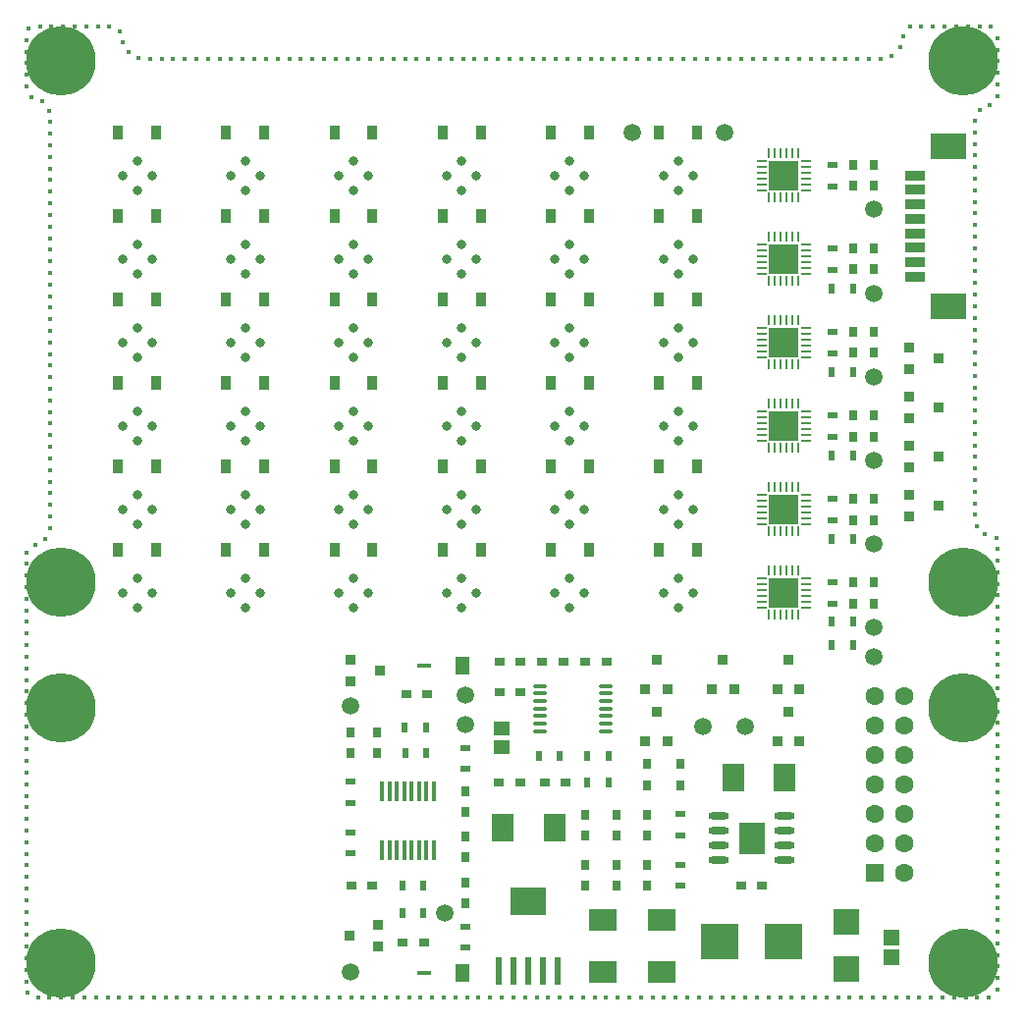
<source format=gbr>
G04*
G04 #@! TF.GenerationSoftware,Altium Limited,Altium Designer,24.1.2 (44)*
G04*
G04 Layer_Color=255*
%FSLAX44Y44*%
%MOMM*%
G71*
G04*
G04 #@! TF.SameCoordinates,AB4D1F7E-5540-450B-A896-BEEC34A0DDED*
G04*
G04*
G04 #@! TF.FilePolarity,Positive*
G04*
G01*
G75*
%ADD24C,0.8000*%
%ADD25C,0.4000*%
%ADD26C,1.2000*%
%ADD27C,6.0000*%
%ADD28C,1.6000*%
%ADD29R,1.6000X1.6000*%
%ADD34O,1.2500X0.3500*%
%ADD35R,3.3000X3.1500*%
%ADD36R,0.9000X0.8000*%
%ADD37R,0.6000X0.9000*%
%ADD38R,0.8000X0.9000*%
%ADD39R,0.9000X0.6000*%
%ADD40R,0.4000X1.8000*%
%ADD41R,1.4000X1.3000*%
%ADD42R,1.8796X2.3622*%
%ADD43R,0.9500X0.9000*%
%ADD44R,1.2700X0.4000*%
%ADD45R,1.2700X1.5500*%
%ADD46R,3.1725X2.3455*%
%ADD47R,0.6325X2.3455*%
%ADD48R,2.3622X1.8796*%
%ADD49R,0.9000X0.9500*%
%ADD50R,2.3000X2.2860*%
%ADD51O,1.8000X0.6000*%
%ADD52R,2.3000X2.8000*%
%ADD53C,1.5000*%
%ADD54R,0.9100X1.2200*%
%ADD55R,2.6500X2.6500*%
%ADD56R,0.8048X0.2746*%
%ADD57R,0.2746X0.8048*%
%ADD58R,1.4000X1.4000*%
%ADD59R,3.0988X2.2098*%
%ADD60R,1.7018X0.8128*%
D24*
X555400Y427000D02*
D03*
X568100Y439700D02*
D03*
Y414300D02*
D03*
X580800Y427000D02*
D03*
X555400Y355000D02*
D03*
X568100Y367700D02*
D03*
Y342300D02*
D03*
X580800Y355000D02*
D03*
X462060D02*
D03*
X474760Y367700D02*
D03*
Y342300D02*
D03*
X487460Y355000D02*
D03*
X368720Y427000D02*
D03*
X381420Y439700D02*
D03*
Y414300D02*
D03*
X394120Y427000D02*
D03*
X462060D02*
D03*
X474760Y439700D02*
D03*
Y414300D02*
D03*
X487460Y427000D02*
D03*
X368720Y355000D02*
D03*
X381420Y367700D02*
D03*
Y342300D02*
D03*
X394120Y355000D02*
D03*
X275380D02*
D03*
X288080Y367700D02*
D03*
Y342300D02*
D03*
X300780Y355000D02*
D03*
X275380Y427000D02*
D03*
X288080Y439700D02*
D03*
Y414300D02*
D03*
X300780Y427000D02*
D03*
X275380Y499000D02*
D03*
X288080Y511700D02*
D03*
Y486300D02*
D03*
X300780Y499000D02*
D03*
X368720D02*
D03*
X381420Y511700D02*
D03*
Y486300D02*
D03*
X394120Y499000D02*
D03*
X462060D02*
D03*
X474760Y511700D02*
D03*
Y486300D02*
D03*
X487460Y499000D02*
D03*
X555400D02*
D03*
X568100Y511700D02*
D03*
Y486300D02*
D03*
X580800Y499000D02*
D03*
X555400Y571000D02*
D03*
X568100Y583700D02*
D03*
Y558300D02*
D03*
X580800Y571000D02*
D03*
X462060D02*
D03*
X474760Y583700D02*
D03*
Y558300D02*
D03*
X487460Y571000D02*
D03*
X368720D02*
D03*
X381420Y583700D02*
D03*
Y558300D02*
D03*
X394120Y571000D02*
D03*
X275380D02*
D03*
X288080Y583700D02*
D03*
Y558300D02*
D03*
X300780Y571000D02*
D03*
X182040D02*
D03*
X194740Y583700D02*
D03*
Y558300D02*
D03*
X207440Y571000D02*
D03*
X182040Y499000D02*
D03*
X194740Y511700D02*
D03*
Y486300D02*
D03*
X207440Y499000D02*
D03*
X182040Y427000D02*
D03*
X194740Y439700D02*
D03*
Y414300D02*
D03*
X207440Y427000D02*
D03*
X182040Y355000D02*
D03*
X194740Y367700D02*
D03*
Y342300D02*
D03*
X207440Y355000D02*
D03*
X88700D02*
D03*
X101400Y367700D02*
D03*
Y342300D02*
D03*
X114100Y355000D02*
D03*
X88700Y427000D02*
D03*
X101400Y439700D02*
D03*
Y414300D02*
D03*
X114100Y427000D02*
D03*
X88700Y499000D02*
D03*
X101400Y511700D02*
D03*
Y486300D02*
D03*
X114100Y499000D02*
D03*
X88700Y571000D02*
D03*
X101400Y583700D02*
D03*
Y558300D02*
D03*
X114100Y571000D02*
D03*
X182040Y643000D02*
D03*
X194740Y655700D02*
D03*
Y630300D02*
D03*
X207440Y643000D02*
D03*
X275380D02*
D03*
X288080Y655700D02*
D03*
Y630300D02*
D03*
X300780Y643000D02*
D03*
X368720D02*
D03*
X381420Y655700D02*
D03*
Y630300D02*
D03*
X394120Y643000D02*
D03*
X462060D02*
D03*
X474760Y655700D02*
D03*
Y630300D02*
D03*
X487460Y643000D02*
D03*
X580800D02*
D03*
X568100Y630300D02*
D03*
Y655700D02*
D03*
X555400Y643000D02*
D03*
Y715000D02*
D03*
X568100Y727700D02*
D03*
Y702300D02*
D03*
X580800Y715000D02*
D03*
X462060D02*
D03*
X474760Y727700D02*
D03*
Y702300D02*
D03*
X487460Y715000D02*
D03*
X368720D02*
D03*
X381420Y727700D02*
D03*
Y702300D02*
D03*
X394120Y715000D02*
D03*
X275380D02*
D03*
X288080Y727700D02*
D03*
Y702300D02*
D03*
X300780Y715000D02*
D03*
X182040D02*
D03*
X194740Y727700D02*
D03*
Y702300D02*
D03*
X207440Y715000D02*
D03*
X88700D02*
D03*
X101400Y727700D02*
D03*
Y702300D02*
D03*
X114100Y715000D02*
D03*
X88700Y643000D02*
D03*
X101400Y655700D02*
D03*
Y630300D02*
D03*
X114100Y643000D02*
D03*
D25*
X837863Y843679D02*
D03*
X827863D02*
D03*
X817863D02*
D03*
X807863D02*
D03*
X797863D02*
D03*
X787863D02*
D03*
X777863D02*
D03*
X767868Y843357D02*
D03*
X762267Y835073D02*
D03*
X759363Y825504D02*
D03*
X752230Y818495D02*
D03*
X742627Y815704D02*
D03*
X732628Y815679D02*
D03*
X722628D02*
D03*
X712628D02*
D03*
X702628D02*
D03*
X692628D02*
D03*
X682628D02*
D03*
X672628D02*
D03*
X662628D02*
D03*
X652628D02*
D03*
X642628D02*
D03*
X632628D02*
D03*
X622628D02*
D03*
X612628D02*
D03*
X602628D02*
D03*
X592628D02*
D03*
X582628D02*
D03*
X572628D02*
D03*
X562628D02*
D03*
X552628D02*
D03*
X542628D02*
D03*
X532628D02*
D03*
X522628D02*
D03*
X512628D02*
D03*
X502628D02*
D03*
X492628D02*
D03*
X482628D02*
D03*
X472628D02*
D03*
X462628D02*
D03*
X452628D02*
D03*
X442628D02*
D03*
X432628D02*
D03*
X422628D02*
D03*
X412628D02*
D03*
X402628D02*
D03*
X392628D02*
D03*
X382628D02*
D03*
X372628D02*
D03*
X362628D02*
D03*
X352628D02*
D03*
X342628D02*
D03*
X332628D02*
D03*
X322628D02*
D03*
X312628D02*
D03*
X302628D02*
D03*
X292628D02*
D03*
X282628D02*
D03*
X272628D02*
D03*
X262628D02*
D03*
X252628D02*
D03*
X242628D02*
D03*
X232629D02*
D03*
X222629D02*
D03*
X212629D02*
D03*
X202629D02*
D03*
X192629D02*
D03*
X182629D02*
D03*
X172629D02*
D03*
X162629D02*
D03*
X152629D02*
D03*
X142629D02*
D03*
X132629D02*
D03*
X122629D02*
D03*
X112629D02*
D03*
X102659Y816448D02*
D03*
X93933Y821335D02*
D03*
X88693Y829852D02*
D03*
X86726Y839656D02*
D03*
X77571Y843679D02*
D03*
X67571D02*
D03*
X57571D02*
D03*
X47571D02*
D03*
X37571Y843679D02*
D03*
X27571D02*
D03*
X17571D02*
D03*
X7768Y841704D02*
D03*
X6321Y831809D02*
D03*
Y821809D02*
D03*
Y811810D02*
D03*
Y801810D02*
D03*
Y791810D02*
D03*
X10419Y782688D02*
D03*
X19766Y779132D02*
D03*
X25583Y770999D02*
D03*
X26321Y761026D02*
D03*
Y751026D02*
D03*
Y741026D02*
D03*
Y731026D02*
D03*
Y721026D02*
D03*
Y711026D02*
D03*
Y701026D02*
D03*
Y691026D02*
D03*
Y681026D02*
D03*
Y671026D02*
D03*
Y661026D02*
D03*
Y651026D02*
D03*
Y641026D02*
D03*
Y631026D02*
D03*
Y621026D02*
D03*
Y611026D02*
D03*
Y601026D02*
D03*
Y591026D02*
D03*
Y581026D02*
D03*
Y571026D02*
D03*
Y561026D02*
D03*
Y551026D02*
D03*
Y541026D02*
D03*
Y531026D02*
D03*
Y521026D02*
D03*
Y511026D02*
D03*
Y501026D02*
D03*
Y491026D02*
D03*
Y481026D02*
D03*
Y471026D02*
D03*
Y461026D02*
D03*
Y451026D02*
D03*
Y441026D02*
D03*
Y431026D02*
D03*
Y421026D02*
D03*
X26332Y411026D02*
D03*
X22373Y401844D02*
D03*
X13880Y396564D02*
D03*
X6321Y390017D02*
D03*
Y380017D02*
D03*
Y370017D02*
D03*
Y360017D02*
D03*
Y350017D02*
D03*
Y340018D02*
D03*
Y330018D02*
D03*
Y320018D02*
D03*
Y310018D02*
D03*
Y300018D02*
D03*
Y290018D02*
D03*
Y280018D02*
D03*
Y270018D02*
D03*
Y260018D02*
D03*
Y250018D02*
D03*
Y240018D02*
D03*
Y230018D02*
D03*
Y220018D02*
D03*
Y210018D02*
D03*
Y200018D02*
D03*
Y190018D02*
D03*
Y180018D02*
D03*
Y170018D02*
D03*
Y160018D02*
D03*
Y150018D02*
D03*
Y140018D02*
D03*
Y130018D02*
D03*
Y120018D02*
D03*
Y110018D02*
D03*
Y100018D02*
D03*
Y90018D02*
D03*
Y80018D02*
D03*
Y70018D02*
D03*
Y60018D02*
D03*
Y50018D02*
D03*
Y40018D02*
D03*
Y30018D02*
D03*
Y20018D02*
D03*
X6742Y10027D02*
D03*
X16030Y6321D02*
D03*
X26030D02*
D03*
X36030D02*
D03*
X46030D02*
D03*
X56030D02*
D03*
X66030D02*
D03*
X76030D02*
D03*
X86030D02*
D03*
X96030D02*
D03*
X106030D02*
D03*
X116030D02*
D03*
X126030D02*
D03*
X136030D02*
D03*
X146030D02*
D03*
X156030D02*
D03*
X166030D02*
D03*
X176029D02*
D03*
X186029D02*
D03*
X196029D02*
D03*
X206029D02*
D03*
X216029D02*
D03*
X226029D02*
D03*
X236029D02*
D03*
X246029D02*
D03*
X256029D02*
D03*
X266029D02*
D03*
X276029D02*
D03*
X286029D02*
D03*
X296029D02*
D03*
X306029D02*
D03*
X316029D02*
D03*
X326029D02*
D03*
X336029D02*
D03*
X346029D02*
D03*
X356029D02*
D03*
X366029D02*
D03*
X376029D02*
D03*
X386029D02*
D03*
X396029D02*
D03*
X406029D02*
D03*
X416029D02*
D03*
X426029D02*
D03*
X436029D02*
D03*
X446029D02*
D03*
X456029D02*
D03*
X466029D02*
D03*
X476029D02*
D03*
X486029D02*
D03*
X496029D02*
D03*
X506029D02*
D03*
X516029D02*
D03*
X526029D02*
D03*
X536029D02*
D03*
X546029D02*
D03*
X556029D02*
D03*
X566029D02*
D03*
X576029D02*
D03*
X586029D02*
D03*
X596029D02*
D03*
X606029D02*
D03*
X616029D02*
D03*
X626029D02*
D03*
X636029D02*
D03*
X646029D02*
D03*
X656029D02*
D03*
X666029D02*
D03*
X676029D02*
D03*
X686029D02*
D03*
X696029D02*
D03*
X706029D02*
D03*
X716029D02*
D03*
X726028D02*
D03*
X736028D02*
D03*
X746028D02*
D03*
X756028D02*
D03*
X766028D02*
D03*
X776028D02*
D03*
X786028D02*
D03*
X796028D02*
D03*
X806028D02*
D03*
X816028D02*
D03*
X826028D02*
D03*
X836028D02*
D03*
X843566Y12892D02*
D03*
X843679Y22891D02*
D03*
Y32891D02*
D03*
Y42891D02*
D03*
Y52891D02*
D03*
Y62891D02*
D03*
Y72891D02*
D03*
Y82891D02*
D03*
Y92891D02*
D03*
Y102891D02*
D03*
Y112891D02*
D03*
Y122891D02*
D03*
Y132891D02*
D03*
X843679Y142891D02*
D03*
Y152891D02*
D03*
Y162891D02*
D03*
Y172891D02*
D03*
Y182891D02*
D03*
Y192891D02*
D03*
Y202891D02*
D03*
Y212891D02*
D03*
Y222891D02*
D03*
Y232891D02*
D03*
Y242891D02*
D03*
Y252891D02*
D03*
Y262891D02*
D03*
X843679Y272891D02*
D03*
Y282891D02*
D03*
Y292891D02*
D03*
Y302891D02*
D03*
Y312890D02*
D03*
Y322891D02*
D03*
Y332891D02*
D03*
Y342891D02*
D03*
Y352891D02*
D03*
Y362890D02*
D03*
Y372890D02*
D03*
Y382890D02*
D03*
Y392890D02*
D03*
X842293Y402794D02*
D03*
X832651Y405444D02*
D03*
X825524Y412458D02*
D03*
X823679Y422287D02*
D03*
X823679Y432287D02*
D03*
X823679Y442287D02*
D03*
X823679Y452287D02*
D03*
X823679Y462287D02*
D03*
X823679Y472287D02*
D03*
X823679Y482287D02*
D03*
X823679Y492287D02*
D03*
X823679Y502287D02*
D03*
X823680Y512287D02*
D03*
X823680Y522287D02*
D03*
X823680Y532287D02*
D03*
X823680Y542286D02*
D03*
X823680Y552286D02*
D03*
X823680Y562286D02*
D03*
X823680Y572286D02*
D03*
X823680Y582286D02*
D03*
X823680Y592286D02*
D03*
X823680Y602286D02*
D03*
X823680Y612286D02*
D03*
X823680Y622286D02*
D03*
X823680Y632286D02*
D03*
X823680Y642286D02*
D03*
X823680Y652286D02*
D03*
X823680Y662286D02*
D03*
X823680Y672286D02*
D03*
X823680Y682286D02*
D03*
X823680Y692286D02*
D03*
X823680Y702286D02*
D03*
X823680Y712286D02*
D03*
X823680Y722286D02*
D03*
X823680Y732286D02*
D03*
X823680Y742286D02*
D03*
X823680Y752286D02*
D03*
X823901Y762284D02*
D03*
X828215Y771305D02*
D03*
X837038Y776011D02*
D03*
X843679Y783487D02*
D03*
Y793487D02*
D03*
Y803487D02*
D03*
Y813487D02*
D03*
Y823487D02*
D03*
Y833487D02*
D03*
D26*
X52165Y239835D02*
D03*
X19835D02*
D03*
Y272164D02*
D03*
X52165D02*
D03*
X58860Y256000D02*
D03*
X36000Y233140D02*
D03*
X13140Y256000D02*
D03*
X36000Y278860D02*
D03*
X52165Y19835D02*
D03*
X19835D02*
D03*
Y52165D02*
D03*
X52165D02*
D03*
X58860Y36000D02*
D03*
X36000Y13140D02*
D03*
X13140Y36000D02*
D03*
X36000Y58860D02*
D03*
X830164Y19835D02*
D03*
X797835D02*
D03*
Y52165D02*
D03*
X830164D02*
D03*
X836860Y36000D02*
D03*
X814000Y13140D02*
D03*
X791140Y36000D02*
D03*
X814000Y58860D02*
D03*
X830164Y239835D02*
D03*
X797835D02*
D03*
Y272164D02*
D03*
X830164D02*
D03*
X836860Y256000D02*
D03*
X814000Y233140D02*
D03*
X791140Y256000D02*
D03*
X814000Y278860D02*
D03*
X830164Y347836D02*
D03*
X797835D02*
D03*
Y380164D02*
D03*
X830164D02*
D03*
X836860Y364000D02*
D03*
X814000Y341140D02*
D03*
X791140Y364000D02*
D03*
X814000Y386860D02*
D03*
X830164Y797835D02*
D03*
X797835D02*
D03*
Y830164D02*
D03*
X830164D02*
D03*
X836860Y814000D02*
D03*
X814000Y791140D02*
D03*
X791140Y814000D02*
D03*
X814000Y836860D02*
D03*
X52165Y797835D02*
D03*
X19835D02*
D03*
Y830164D02*
D03*
X52165D02*
D03*
X58860Y814000D02*
D03*
X36000Y791140D02*
D03*
X13140Y814000D02*
D03*
X36000Y836860D02*
D03*
X52165Y347836D02*
D03*
X19835D02*
D03*
Y380164D02*
D03*
X52165D02*
D03*
X58860Y364000D02*
D03*
X36000Y341140D02*
D03*
X13140Y364000D02*
D03*
X36000Y386860D02*
D03*
D27*
Y256000D02*
D03*
Y36000D02*
D03*
X814000D02*
D03*
Y256000D02*
D03*
Y364000D02*
D03*
Y814000D02*
D03*
X36000D02*
D03*
Y364000D02*
D03*
D28*
X762700Y113800D02*
D03*
Y139200D02*
D03*
Y164600D02*
D03*
Y190000D02*
D03*
Y215400D02*
D03*
Y240800D02*
D03*
Y266200D02*
D03*
X737300Y139200D02*
D03*
Y164600D02*
D03*
Y190000D02*
D03*
Y215400D02*
D03*
Y240800D02*
D03*
Y266200D02*
D03*
D29*
Y113800D02*
D03*
D34*
X505770Y274770D02*
D03*
Y268270D02*
D03*
Y261770D02*
D03*
Y255270D02*
D03*
Y248770D02*
D03*
Y242270D02*
D03*
Y235770D02*
D03*
X449270Y274770D02*
D03*
Y268270D02*
D03*
Y261770D02*
D03*
Y255270D02*
D03*
Y248770D02*
D03*
Y242270D02*
D03*
Y235770D02*
D03*
D35*
X659130Y54610D02*
D03*
X604130D02*
D03*
D36*
X413910Y295888D02*
D03*
X431910D02*
D03*
Y269240D02*
D03*
X413910D02*
D03*
X351900Y267970D02*
D03*
X333900D02*
D03*
X413800Y191770D02*
D03*
X431800D02*
D03*
X453280D02*
D03*
X471280D02*
D03*
X286283Y102870D02*
D03*
X304283D02*
D03*
X330718Y53340D02*
D03*
X348718D02*
D03*
X622630Y102870D02*
D03*
X640630D02*
D03*
X451054Y295888D02*
D03*
X469054D02*
D03*
X488198D02*
D03*
X506198D02*
D03*
D37*
X332362Y238761D02*
D03*
X350521Y238760D02*
D03*
X350900Y217169D02*
D03*
X332741Y217170D02*
D03*
X447931Y214631D02*
D03*
X466090Y214630D02*
D03*
X489841Y214631D02*
D03*
X508000Y214630D02*
D03*
X489842Y191771D02*
D03*
X508001Y191770D02*
D03*
X330449Y102871D02*
D03*
X348608Y102870D02*
D03*
X330449Y78741D02*
D03*
X348608Y78740D02*
D03*
X718821Y309880D02*
D03*
X700662Y309881D02*
D03*
Y330201D02*
D03*
X718821Y330200D02*
D03*
X700662Y401956D02*
D03*
X718821Y401955D02*
D03*
X700662Y473711D02*
D03*
X718821Y473710D02*
D03*
X700662Y545466D02*
D03*
X718821Y545465D02*
D03*
X700662Y617221D02*
D03*
X718821Y617220D02*
D03*
D38*
X308610Y235060D02*
D03*
Y217060D02*
D03*
X285750D02*
D03*
Y235060D02*
D03*
X384810Y166260D02*
D03*
Y184260D02*
D03*
X488188Y163940D02*
D03*
Y145940D02*
D03*
X514858D02*
D03*
Y163940D02*
D03*
X488188Y120760D02*
D03*
Y102760D02*
D03*
X541528D02*
D03*
Y120760D02*
D03*
X514858Y102760D02*
D03*
Y120760D02*
D03*
X384810Y126890D02*
D03*
Y144890D02*
D03*
Y105520D02*
D03*
Y87520D02*
D03*
X541528Y189247D02*
D03*
Y207247D02*
D03*
X570230D02*
D03*
Y189247D02*
D03*
X541528Y145940D02*
D03*
Y163940D02*
D03*
X718820Y346000D02*
D03*
Y364000D02*
D03*
X736600D02*
D03*
Y346000D02*
D03*
X718820Y418000D02*
D03*
Y436000D02*
D03*
X736600D02*
D03*
Y418000D02*
D03*
X718820Y490000D02*
D03*
Y508000D02*
D03*
X736600D02*
D03*
Y490000D02*
D03*
X718820Y562000D02*
D03*
Y580000D02*
D03*
X736600D02*
D03*
Y562000D02*
D03*
X718820Y634000D02*
D03*
Y652000D02*
D03*
X736600Y634000D02*
D03*
Y652000D02*
D03*
X718820Y706000D02*
D03*
Y724000D02*
D03*
X736600D02*
D03*
Y706000D02*
D03*
D39*
X285751Y192148D02*
D03*
X285750Y173989D02*
D03*
X285749Y130432D02*
D03*
X285750Y148591D02*
D03*
X384811Y221358D02*
D03*
X384810Y203199D02*
D03*
X384817Y49152D02*
D03*
X384818Y67311D02*
D03*
X570229Y102491D02*
D03*
X570230Y120650D02*
D03*
X570231Y164209D02*
D03*
X570230Y146050D02*
D03*
X701039Y345733D02*
D03*
X701040Y363892D02*
D03*
X701039Y417733D02*
D03*
X701040Y435892D02*
D03*
X701039Y561733D02*
D03*
X701040Y579892D02*
D03*
X701039Y633733D02*
D03*
X701040Y651892D02*
D03*
X701039Y705733D02*
D03*
X701040Y723892D02*
D03*
Y507892D02*
D03*
X701039Y489733D02*
D03*
D40*
X357505Y184277D02*
D03*
X351155D02*
D03*
X344805D02*
D03*
X338455D02*
D03*
X332105D02*
D03*
X325755D02*
D03*
X319405D02*
D03*
X313055D02*
D03*
Y133223D02*
D03*
X319405D02*
D03*
X325755D02*
D03*
X332105D02*
D03*
X338455D02*
D03*
X344805D02*
D03*
X351155D02*
D03*
X357505D02*
D03*
D41*
X416167Y221870D02*
D03*
Y237870D02*
D03*
D42*
X461772Y152273D02*
D03*
X417068D02*
D03*
X615370Y195580D02*
D03*
X660074D02*
D03*
D43*
X309666Y69190D02*
D03*
X284666Y59690D02*
D03*
X309666Y50190D02*
D03*
X767280Y548030D02*
D03*
X792280Y557530D02*
D03*
X767280Y567030D02*
D03*
Y505697D02*
D03*
X792280Y515197D02*
D03*
X767280Y524697D02*
D03*
Y463363D02*
D03*
X792280Y472863D02*
D03*
X767280Y482363D02*
D03*
Y421030D02*
D03*
X792280Y430530D02*
D03*
X767280Y440030D02*
D03*
X285750Y297485D02*
D03*
X310750Y287985D02*
D03*
X285750Y278485D02*
D03*
D44*
X349377Y27647D02*
D03*
X349369Y292205D02*
D03*
D45*
X382397Y27647D02*
D03*
X382389Y292205D02*
D03*
D46*
X439142Y89294D02*
D03*
D47*
X413742Y29088D02*
D03*
X426442D02*
D03*
X439142D02*
D03*
X451842D02*
D03*
X464542D02*
D03*
D48*
X502920Y73152D02*
D03*
Y28448D02*
D03*
X553720Y73240D02*
D03*
Y28536D02*
D03*
D49*
X558931Y227530D02*
D03*
X549431Y252530D02*
D03*
X539931Y227530D02*
D03*
X672440D02*
D03*
X662940Y252530D02*
D03*
X653440Y227530D02*
D03*
Y271980D02*
D03*
X662940Y296980D02*
D03*
X672440Y271980D02*
D03*
X597320D02*
D03*
X606820Y296980D02*
D03*
X616320Y271980D02*
D03*
X539931D02*
D03*
X549431Y296980D02*
D03*
X558931Y271980D02*
D03*
D50*
X713170Y31060D02*
D03*
Y71700D02*
D03*
D51*
X603380Y124460D02*
D03*
Y137160D02*
D03*
Y149860D02*
D03*
Y162560D02*
D03*
X659880Y124460D02*
D03*
Y137160D02*
D03*
Y149860D02*
D03*
Y162560D02*
D03*
D52*
X631630Y143510D02*
D03*
D53*
X736600Y299720D02*
D03*
X608330Y751840D02*
D03*
X528320D02*
D03*
X384810Y241300D02*
D03*
X285750Y27774D02*
D03*
X736600Y613410D02*
D03*
Y397192D02*
D03*
X589280Y240030D02*
D03*
X626110D02*
D03*
X736600Y469265D02*
D03*
X285750Y257810D02*
D03*
X384810Y266700D02*
D03*
X367030Y78740D02*
D03*
X736600Y685800D02*
D03*
Y541338D02*
D03*
Y325120D02*
D03*
D54*
X458410Y391840D02*
D03*
X491110D02*
D03*
X551750D02*
D03*
X584450D02*
D03*
X551750Y463840D02*
D03*
X584450D02*
D03*
X458410D02*
D03*
X491110D02*
D03*
X458410Y535840D02*
D03*
X491110D02*
D03*
X551750D02*
D03*
X584450D02*
D03*
X551750Y607840D02*
D03*
X584450D02*
D03*
X458410D02*
D03*
X491110D02*
D03*
X365070D02*
D03*
X397770D02*
D03*
X365070Y535840D02*
D03*
X397770D02*
D03*
X365070Y463840D02*
D03*
X397770D02*
D03*
X365070Y391840D02*
D03*
X397770D02*
D03*
X271730D02*
D03*
X304430D02*
D03*
X271730Y463840D02*
D03*
X304430D02*
D03*
X271730Y535840D02*
D03*
X304430D02*
D03*
X178390Y607840D02*
D03*
X211090D02*
D03*
X271730D02*
D03*
X304430D02*
D03*
X178390Y535840D02*
D03*
X211090D02*
D03*
X178390Y463840D02*
D03*
X211090D02*
D03*
X178390Y391840D02*
D03*
X211090D02*
D03*
X85050D02*
D03*
X117750D02*
D03*
X85050Y463840D02*
D03*
X117750D02*
D03*
X85050Y535840D02*
D03*
X117750D02*
D03*
X85050Y607840D02*
D03*
X117750D02*
D03*
X85050Y679840D02*
D03*
X117750D02*
D03*
X178390D02*
D03*
X211090D02*
D03*
X271730D02*
D03*
X304430D02*
D03*
X365070D02*
D03*
X397770D02*
D03*
X458410D02*
D03*
X491110D02*
D03*
X551750D02*
D03*
X584450D02*
D03*
X551750Y751840D02*
D03*
X584450D02*
D03*
X458410D02*
D03*
X491110D02*
D03*
X365070D02*
D03*
X397770D02*
D03*
X271730D02*
D03*
X304430D02*
D03*
X178390D02*
D03*
X211090D02*
D03*
X85050D02*
D03*
X117750D02*
D03*
D55*
X659130Y715000D02*
D03*
Y643000D02*
D03*
Y499000D02*
D03*
Y571000D02*
D03*
Y427000D02*
D03*
Y355000D02*
D03*
D56*
X678154Y702500D02*
D03*
Y707500D02*
D03*
Y712500D02*
D03*
Y717500D02*
D03*
Y722500D02*
D03*
Y727500D02*
D03*
X640106D02*
D03*
Y722500D02*
D03*
Y717500D02*
D03*
Y712500D02*
D03*
Y707500D02*
D03*
Y702500D02*
D03*
Y630500D02*
D03*
Y635500D02*
D03*
Y640500D02*
D03*
Y645500D02*
D03*
Y650500D02*
D03*
Y655500D02*
D03*
X678154D02*
D03*
Y650500D02*
D03*
Y645500D02*
D03*
Y640500D02*
D03*
Y635500D02*
D03*
Y630500D02*
D03*
X640106Y486500D02*
D03*
Y491500D02*
D03*
Y496500D02*
D03*
Y501500D02*
D03*
Y506500D02*
D03*
Y511500D02*
D03*
X678154D02*
D03*
Y506500D02*
D03*
Y501500D02*
D03*
Y496500D02*
D03*
Y491500D02*
D03*
Y486500D02*
D03*
X640106Y558500D02*
D03*
Y563500D02*
D03*
Y568500D02*
D03*
Y573500D02*
D03*
Y578500D02*
D03*
Y583500D02*
D03*
X678154D02*
D03*
Y578500D02*
D03*
Y573500D02*
D03*
Y568500D02*
D03*
Y563500D02*
D03*
Y558500D02*
D03*
X640106Y414500D02*
D03*
Y419500D02*
D03*
Y424500D02*
D03*
Y429500D02*
D03*
Y434500D02*
D03*
Y439500D02*
D03*
X678154D02*
D03*
Y434500D02*
D03*
Y429500D02*
D03*
Y424500D02*
D03*
Y419500D02*
D03*
Y414500D02*
D03*
X640106Y342500D02*
D03*
Y347500D02*
D03*
Y352500D02*
D03*
Y357500D02*
D03*
Y362500D02*
D03*
Y367500D02*
D03*
X678154D02*
D03*
Y362500D02*
D03*
Y357500D02*
D03*
Y352500D02*
D03*
Y347500D02*
D03*
Y342500D02*
D03*
D57*
X671630Y734024D02*
D03*
X666630D02*
D03*
X661630D02*
D03*
X656630D02*
D03*
X651630D02*
D03*
X646630D02*
D03*
Y695976D02*
D03*
X651630D02*
D03*
X656630D02*
D03*
X661630D02*
D03*
X666630D02*
D03*
X671630D02*
D03*
Y623976D02*
D03*
X666630D02*
D03*
X661630D02*
D03*
X656630D02*
D03*
X651630D02*
D03*
X646630D02*
D03*
Y662024D02*
D03*
X651630D02*
D03*
X656630D02*
D03*
X661630D02*
D03*
X666630D02*
D03*
X671630D02*
D03*
Y479976D02*
D03*
X666630D02*
D03*
X661630D02*
D03*
X656630D02*
D03*
X651630D02*
D03*
X646630D02*
D03*
Y518024D02*
D03*
X651630D02*
D03*
X656630D02*
D03*
X661630D02*
D03*
X666630D02*
D03*
X671630D02*
D03*
Y551976D02*
D03*
X666630D02*
D03*
X661630D02*
D03*
X656630D02*
D03*
X651630D02*
D03*
X646630D02*
D03*
Y590024D02*
D03*
X651630D02*
D03*
X656630D02*
D03*
X661630D02*
D03*
X666630D02*
D03*
X671630D02*
D03*
Y407976D02*
D03*
X666630D02*
D03*
X661630D02*
D03*
X656630D02*
D03*
X651630D02*
D03*
X646630D02*
D03*
Y446024D02*
D03*
X651630D02*
D03*
X656630D02*
D03*
X661630D02*
D03*
X666630D02*
D03*
X671630D02*
D03*
Y335976D02*
D03*
X666630D02*
D03*
X661630D02*
D03*
X656630D02*
D03*
X651630D02*
D03*
X646630D02*
D03*
Y374024D02*
D03*
X651630D02*
D03*
X656630D02*
D03*
X661630D02*
D03*
X666630D02*
D03*
X671630D02*
D03*
D58*
X751840Y57940D02*
D03*
Y40640D02*
D03*
D59*
X801160Y602080D02*
D03*
Y740580D02*
D03*
D60*
X772160Y715080D02*
D03*
Y702580D02*
D03*
Y690080D02*
D03*
Y677580D02*
D03*
Y665080D02*
D03*
Y652580D02*
D03*
Y640080D02*
D03*
Y627580D02*
D03*
M02*

</source>
